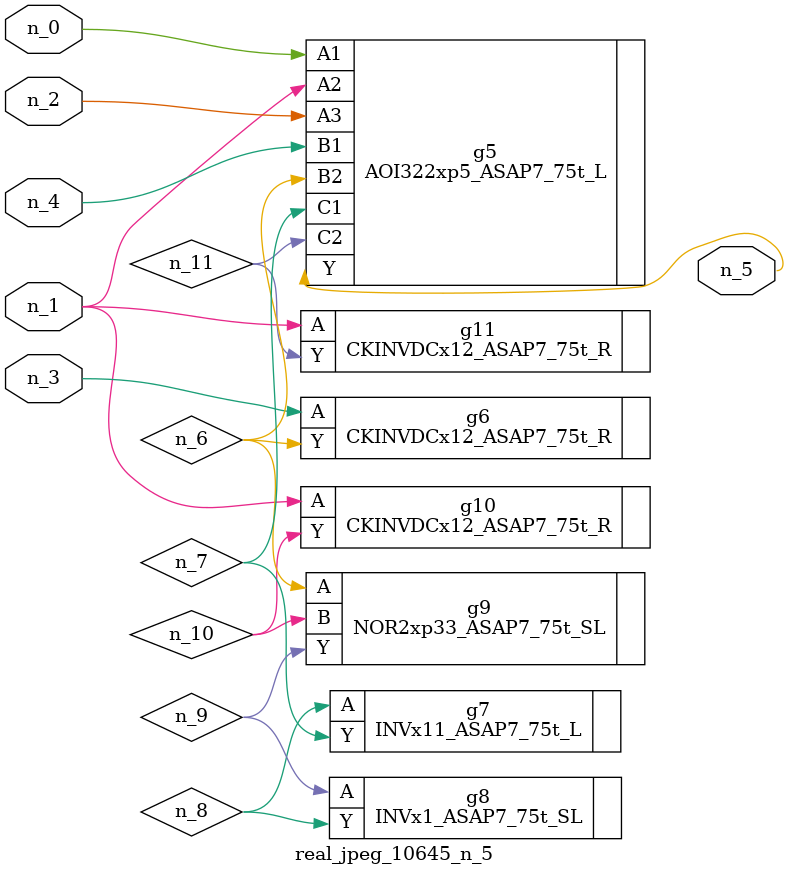
<source format=v>
module real_jpeg_10645_n_5 (n_4, n_0, n_1, n_2, n_3, n_5);

input n_4;
input n_0;
input n_1;
input n_2;
input n_3;

output n_5;

wire n_8;
wire n_11;
wire n_6;
wire n_7;
wire n_10;
wire n_9;

AOI322xp5_ASAP7_75t_L g5 ( 
.A1(n_0),
.A2(n_1),
.A3(n_2),
.B1(n_4),
.B2(n_6),
.C1(n_7),
.C2(n_11),
.Y(n_5)
);

CKINVDCx12_ASAP7_75t_R g10 ( 
.A(n_1),
.Y(n_10)
);

CKINVDCx12_ASAP7_75t_R g11 ( 
.A(n_1),
.Y(n_11)
);

CKINVDCx12_ASAP7_75t_R g6 ( 
.A(n_3),
.Y(n_6)
);

NOR2xp33_ASAP7_75t_SL g9 ( 
.A(n_6),
.B(n_10),
.Y(n_9)
);

INVx11_ASAP7_75t_L g7 ( 
.A(n_8),
.Y(n_7)
);

INVx1_ASAP7_75t_SL g8 ( 
.A(n_9),
.Y(n_8)
);


endmodule
</source>
